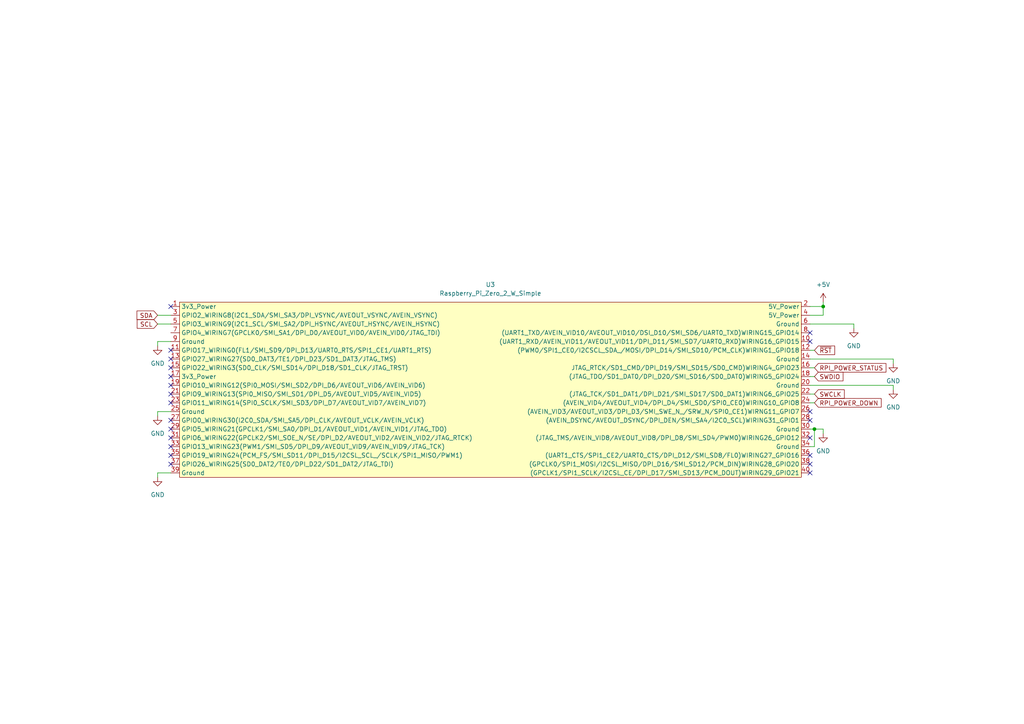
<source format=kicad_sch>
(kicad_sch (version 20211123) (generator eeschema)
  (paper "A4")
  (lib_symbols
    (symbol "RASPBERRY_PI_ZERO_2_W:Raspberry_Pi_Zero_2_W_Simple"
      (property "Reference" "U" (at 0 27.94 0))
      (property "Value" "Raspberry_Pi_Zero_2_W_Simple" (at -1.27 -25.4 0))
      (symbol "Raspberry_Pi_Zero_2_W_Simple_1_1"
        (rectangle (start -88.9 26.67) (end 91.44 -24.13) (fill (type background)))
        (pin power_in line (at -91.44 25.4 0) (length 2.54) (name "3v3_Power") (number "1"))
        (pin input line (at 93.98 15.24 180) (length 2.54) (name "(UART1_RXD/AVEIN_VID11/AVEOUT_VID11/DPI_D11/SMI_SD7/UART0_RXD)WIRING16_GPIO15") (number "10"))
        (pin input line (at -91.44 12.7 0) (length 2.54) (name "GPIO17_WIRING0(FL1/SMI_SD9/DPI_D13/UART0_RTS/SPI1_CE1/UART1_RTS)") (number "11"))
        (pin input line (at 93.98 12.7 180) (length 2.54) (name "(PWM0/SPI1_CE0/I2CSCL_SDA_/MOSI/DPI_D14/SMI_SD10/PCM_CLK)WIRING1_GPIO18") (number "12"))
        (pin input line (at -91.44 10.16 0) (length 2.54) (name "GPIO27_WIRING27(SD0_DAT3/TE1/DPI_D23/SD1_DAT3/JTAG_TMS)") (number "13"))
        (pin power_in line (at 93.98 10.16 180) (length 2.54) (name "Ground") (number "14"))
        (pin input line (at -91.44 7.62 0) (length 2.54) (name "GPIO22_WIRING3(SD0_CLK/SMI_SD14/DPI_D18/SD1_CLK/JTAG_TRST)") (number "15"))
        (pin input line (at 93.98 7.62 180) (length 2.54) (name "JTAG_RTCK/SD1_CMD/DPI_D19/SMI_SD15/SD0_CMD)WIRING4_GPIO23") (number "16"))
        (pin power_in line (at -91.44 5.08 0) (length 2.54) (name "3v3_Power") (number "17"))
        (pin input line (at 93.98 5.08 180) (length 2.54) (name "(JTAG_TDO/SD1_DAT0/DPI_D20/SMI_SD16/SD0_DAT0)WIRING5_GPIO24") (number "18"))
        (pin input line (at -91.44 2.54 0) (length 2.54) (name "GPIO10_WIRING12(SPI0_MOSI/SMI_SD2/DPI_D6/AVEOUT_VID6/AVEIN_VID6)") (number "19"))
        (pin power_in line (at 93.98 25.4 180) (length 2.54) (name "5V_Power") (number "2"))
        (pin power_in line (at 93.98 2.54 180) (length 2.54) (name "Ground") (number "20"))
        (pin input line (at -91.44 0 0) (length 2.54) (name "GPIO9_WIRING13(SPI0_MISO/SMI_SD1/DPI_D5/AVEOUT_VID5/AVEIN_VID5)") (number "21"))
        (pin input line (at 93.98 0 180) (length 2.54) (name "(JTAG_TCK/SD1_DAT1/DPI_D21/SMI_SD17/SD0_DAT1)WIRING6_GPIO25") (number "22"))
        (pin input line (at -91.44 -2.54 0) (length 2.54) (name "GPIO11_WIRING14(SPI0_SCLK/SMI_SD3/DPI_D7/AVEOUT_VID7/AVEIN_VID7)") (number "23"))
        (pin input line (at 93.98 -2.54 180) (length 2.54) (name "(AVEIN_VID4/AVEOUT_VID4/DPI_D4/SMI_SD0/SPI0_CE0)WIRING10_GPIO8") (number "24"))
        (pin power_in line (at -91.44 -5.08 0) (length 2.54) (name "Ground") (number "25"))
        (pin input line (at 93.98 -5.08 180) (length 2.54) (name "(AVEIN_VID3/AVEOUT_VID3/DPI_D3/SMI_SWE_N_/SRW_N/SPI0_CE1)WIRNG11_GPIO7") (number "26"))
        (pin input line (at -91.44 -7.62 0) (length 2.54) (name "GPIO0_WIRING30(I2C0_SDA/SMI_SA5/DPI_CLK/AVEOUT_VCLK/AVEIN_VCLK)") (number "27"))
        (pin input line (at 93.98 -7.62 180) (length 2.54) (name "(AVEIN_DSYNC/AVEOUT_DSYNC/DPI_DEN/SMI_SA4/I2C0_SCL)WIRING31_GPIO1") (number "28"))
        (pin input line (at -91.44 -10.16 0) (length 2.54) (name "GPIO5_WIRING21(GPCLK1/SMI_SA0/DPI_D1/AVEOUT_VID1/AVEIN_VID1/JTAG_TDO)") (number "29"))
        (pin input line (at -91.44 22.86 0) (length 2.54) (name "GPIO2_WIRING8(I2C1_SDA/SMI_SA3/DPI_VSYNC/AVEOUT_VSYNC/AVEIN_VSYNC)") (number "3"))
        (pin power_in line (at 93.98 -10.16 180) (length 2.54) (name "Ground") (number "30"))
        (pin input line (at -91.44 -12.7 0) (length 2.54) (name "GPIO6_WIRING22(GPCLK2/SMI_SOE_N/SE/DPI_D2/AVEOUT_VID2/AVEIN_VID2/JTAG_RTCK)") (number "31"))
        (pin input line (at 93.98 -12.7 180) (length 2.54) (name "(JTAG_TMS/AVEIN_VID8/AVEOUT_VID8/DPI_D8/SMI_SD4/PWM0)WIRING26_GPIO12") (number "32"))
        (pin input line (at -91.44 -15.24 0) (length 2.54) (name "GPIO13_WIRING23(PWM1/SMI_SD5/DPI_D9/AVEOUT_VID9/AVEIN_VID9/JTAG_TCK)") (number "33"))
        (pin power_in line (at 93.98 -15.24 180) (length 2.54) (name "Ground") (number "34"))
        (pin input line (at -91.44 -17.78 0) (length 2.54) (name "GPIO19_WIRING24(PCM_FS/SMI_SD11/DPI_D15/I2CSL_SCL_/SCLK/SPI1_MISO/PWM1)") (number "35"))
        (pin input line (at 93.98 -17.78 180) (length 2.54) (name "(UART1_CTS/SPI1_CE2/UART0_CTS/DPI_D12/SMI_SD8/FL0)WIRING27_GPIO16") (number "36"))
        (pin input line (at -91.44 -20.32 0) (length 2.54) (name "GPIO26_WIRING25(SD0_DAT2/TE0/DPI_D22/SD1_DAT2/JTAG_TDI)") (number "37"))
        (pin input line (at 93.98 -20.32 180) (length 2.54) (name "(GPCLK0/SPI1_MOSI/I2CSL_MISO/DPI_D16/SMI_SD12/PCM_DIN)WIRING28_GPIO20") (number "38"))
        (pin power_in line (at -91.44 -22.86 0) (length 2.54) (name "Ground") (number "39"))
        (pin power_in line (at 93.98 22.86 180) (length 2.54) (name "5V_Power") (number "4"))
        (pin input line (at 93.98 -22.86 180) (length 2.54) (name "(GPCLK1/SPI1_SCLK/I2CSL_CE/DPI_D17/SMI_SD13/PCM_DOUT)WIRING29_GPIO21") (number "40"))
        (pin input line (at -91.44 20.32 0) (length 2.54) (name "GPIO3_WIRING9(I2C1_SCL/SMI_SA2/DPI_HSYNC/AVEOUT_HSYNC/AVEIN_HSYNC)") (number "5"))
        (pin power_in line (at 93.98 20.32 180) (length 2.54) (name "Ground") (number "6"))
        (pin input line (at -91.44 17.78 0) (length 2.54) (name "GPIO4_WIRING7(GPCLK0/SMI_SA1/DPI_D0/AVEOUT_VID0/AVEIN_VID0/JTAG_TDI)") (number "7"))
        (pin input line (at 93.98 17.78 180) (length 2.54) (name "(UART1_TXD/AVEIN_VID10/AVEOUT_VID10/DSI_D10/SMI_SD6/UART0_TXD)WIRING15_GPIO14") (number "8"))
        (pin power_in line (at -91.44 15.24 0) (length 2.54) (name "Ground") (number "9"))
      )
    )
    (symbol "power:+5V" (power) (pin_names (offset 0))
      (property "Value" "+5V" (at 0 3.556 0))
      (symbol "+5V_0_1"
        (polyline (pts (xy -0.762 1.27) (xy 0 2.54)))
        (polyline (pts (xy 0 0) (xy 0 2.54)))
        (polyline (pts (xy 0 2.54) (xy 0.762 1.27)))
      )
      (symbol "+5V_1_1"
        (pin power_in line (at 0 0 90) (length 0) hide (name "+5V") (number "1"))
      )
    )
    (symbol "power:GND" (power) (pin_names (offset 0))
      (property "Value" "GND" (at 0 -3.81 0))
      (symbol "GND_0_1"
        (polyline (pts (xy 0 0) (xy 0 -1.27) (xy 1.27 -1.27) (xy 0 -2.54) (xy -1.27 -1.27) (xy 0 -1.27)))
      )
      (symbol "GND_1_1"
        (pin power_in line (at 0 0 270) (length 0) hide (name "GND") (number "1"))
      )
    )
  )
  (junction (at 238.76 88.9))
  (junction (at 236.22 124.46))
  (no_connect (at 49.53 109.22))
  (no_connect (at 49.53 101.6))
  (no_connect (at 49.53 129.54))
  (no_connect (at 49.53 134.62))
  (no_connect (at 49.53 132.08))
  (no_connect (at 234.95 137.16))
  (no_connect (at 234.95 99.06))
  (no_connect (at 234.95 96.52))
  (no_connect (at 49.53 111.76))
  (no_connect (at 49.53 88.9))
  (no_connect (at 234.95 127))
  (no_connect (at 49.53 127))
  (no_connect (at 234.95 119.38))
  (no_connect (at 234.95 121.92))
  (no_connect (at 49.53 116.84))
  (no_connect (at 49.53 104.14))
  (no_connect (at 49.53 121.92))
  (no_connect (at 49.53 124.46))
  (no_connect (at 49.53 106.68))
  (no_connect (at 49.53 114.3))
  (no_connect (at 234.95 132.08))
  (no_connect (at 234.95 134.62))
  (wire (pts (xy 234.95 114.3) (xy 236.22 114.3)))
  (wire (pts (xy 45.72 91.44) (xy 49.53 91.44)))
  (wire (pts (xy 238.76 88.9) (xy 234.95 88.9)))
  (wire (pts (xy 45.72 93.98) (xy 49.53 93.98)))
  (wire (pts (xy 45.72 119.38) (xy 49.53 119.38)))
  (wire (pts (xy 259.08 111.76) (xy 234.95 111.76)))
  (wire (pts (xy 259.08 104.14) (xy 259.08 105.41)))
  (wire (pts (xy 45.72 99.06) (xy 49.53 99.06)))
  (wire (pts (xy 234.95 106.68) (xy 236.22 106.68)))
  (wire (pts (xy 236.22 124.46) (xy 234.95 124.46)))
  (wire (pts (xy 247.65 93.98) (xy 247.65 95.25)))
  (wire (pts (xy 234.95 93.98) (xy 247.65 93.98)))
  (wire (pts (xy 234.95 91.44) (xy 238.76 91.44)))
  (wire (pts (xy 45.72 137.16) (xy 45.72 138.43)))
  (wire (pts (xy 234.95 101.6) (xy 236.22 101.6)))
  (wire (pts (xy 234.95 116.84) (xy 236.22 116.84)))
  (wire (pts (xy 234.95 109.22) (xy 236.22 109.22)))
  (wire (pts (xy 238.76 124.46) (xy 238.76 125.73)))
  (wire (pts (xy 238.76 87.63) (xy 238.76 88.9)))
  (wire (pts (xy 45.72 99.06) (xy 45.72 100.33)))
  (wire (pts (xy 45.72 119.38) (xy 45.72 120.65)))
  (wire (pts (xy 259.08 111.76) (xy 259.08 113.03)))
  (wire (pts (xy 234.95 129.54) (xy 236.22 129.54)))
  (wire (pts (xy 45.72 137.16) (xy 49.53 137.16)))
  (wire (pts (xy 238.76 91.44) (xy 238.76 88.9)))
  (wire (pts (xy 236.22 129.54) (xy 236.22 124.46)))
  (wire (pts (xy 238.76 124.46) (xy 236.22 124.46)))
  (wire (pts (xy 234.95 104.14) (xy 259.08 104.14)))
  (global_label "RPI_POWER_DOWN" (shape input) (at 236.22 116.84 0) (property "Intersheet References" "${INTERSHEET_REFS}" (effects hide)))
  (global_label "SCL" (shape input) (at 45.72 93.98 180) (property "Intersheet References" "${INTERSHEET_REFS}" (effects hide)))
  (global_label "SDA" (shape input) (at 45.72 91.44 180) (property "Intersheet References" "${INTERSHEET_REFS}" (effects hide)))
  (global_label "~{RST}" (shape input) (at 236.22 101.6 0) (property "Intersheet References" "${INTERSHEET_REFS}" (effects hide)))
  (global_label "RPI_POWER_STATUS" (shape input) (at 236.22 106.68 0) (property "Intersheet References" "${INTERSHEET_REFS}" (effects hide)))
  (global_label "SWDIO" (shape input) (at 236.22 109.22 0) (property "Intersheet References" "${INTERSHEET_REFS}" (effects hide)))
  (global_label "SWCLK" (shape input) (at 236.22 114.3 0) (property "Intersheet References" "${INTERSHEET_REFS}" (effects hide)))
  (symbol (lib_id "power:+5V") (at 238.76 87.63 0) (unit 1)
    (property "Reference" "#PWR021" (effects hide))
    (property "Value" "+5V" (at 238.76 82.55 0))
  )
  (symbol (lib_id "power:GND") (at 259.08 113.03 0) (mirror y) (unit 1)
    (property "Reference" "#PWR025" (effects hide))
    (property "Value" "GND" (at 259.08 118.11 0))
  )
  (symbol (lib_id "power:GND") (at 45.72 100.33 0) (unit 1)
    (property "Reference" "#PWR018" (effects hide))
    (property "Value" "GND" (at 45.72 105.41 0))
  )
  (symbol (lib_id "power:GND") (at 238.76 125.73 0) (mirror y) (unit 1)
    (property "Reference" "#PWR022" (effects hide))
    (property "Value" "GND" (at 238.76 130.81 0))
  )
  (symbol (lib_id "power:GND") (at 45.72 120.65 0) (unit 1)
    (property "Reference" "#PWR019" (effects hide))
    (property "Value" "GND" (at 45.72 125.73 0))
  )
  (symbol (lib_id "power:GND") (at 45.72 138.43 0) (unit 1)
    (property "Reference" "#PWR020" (effects hide))
    (property "Value" "GND" (at 45.72 143.51 0))
  )
  (symbol (lib_id "RASPBERRY_PI_ZERO_2_W:Raspberry_Pi_Zero_2_W_Simple") (at 140.97 114.3 0) (unit 1)
    (property "Reference" "U3" (at 142.24 82.55 0))
    (property "Value" "Raspberry_Pi_Zero_2_W_Simple" (at 142.24 85.09 0))
    (property "Footprint" "Connector_PinHeader_2.54mm:PinHeader_2x20_P2.54mm_Vertical" (effects hide))
  )
  (symbol (lib_id "power:GND") (at 259.08 105.41 0) (mirror y) (unit 1)
    (property "Reference" "#PWR024" (effects hide))
    (property "Value" "GND" (at 259.08 110.49 0))
  )
  (symbol (lib_id "power:GND") (at 247.65 95.25 0) (mirror y) (unit 1)
    (property "Reference" "#PWR023" (effects hide))
    (property "Value" "GND" (at 247.65 100.33 0))
  )
)
</source>
